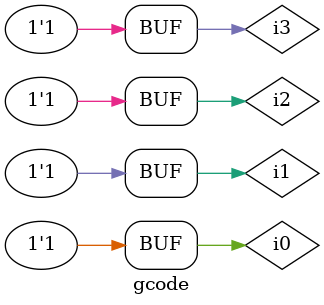
<source format=v>
`timescale 1ns / 1ps


module gcode( );

    reg i0, i1, i2, i3;
    wire o0, o1, o2, o3;
    
    greycode g (i0, i1, i2, i3, o0, o1, o2, o3);
       
    initial begin;
        
        i0 = 1'b0 ; 
        i1 = 1'b0; 
        i2 = 1'b0; 
        i3 = 1'b0;
        #30;
        
        i0 = 1'b1; 
        i1 = 1'b0; 
        i2 = 1'b0; 
        i3 = 1'b0;
        #30;
        
        i0 = 1'b0; 
        i1 = 1'b1; 
        i2 = 1'b0; 
        i3 = 1'b0;
        #30;
        
        i0 = 1'b1; 
        i1 = 1'b1; 
        i2 = 1'b0; 
        i3 = 1'b0;
        #30;
        
        i0 = 1'b0; 
        i1 = 1'b0; 
        i2 = 1'b1; 
        i3 = 1'b0;
        #30;
        
        i0 = 1'b1; 
        i1 = 1'b0; 
        i2 = 1'b1; 
        i3 = 1'b0;
        #30;
        
        i0 = 1'b0; 
        i1 = 1'b1; 
        i2 = 1'b1; 
        i3 = 1'b0;
        #30;
        
        i0 = 1'b1 ; 
        i1 = 1'b1; 
        i2 = 1'b1; 
        i3 = 1'b0;
        #30;
        
        i0 = 1'b0 ; 
        i1 = 1'b0; 
        i2 = 1'b0; 
        i3 = 1'b1;
        #30;
        
        i0 = 1'b1 ; 
        i1 = 1'b0; 
        i2 = 1'b0; 
        i3 = 1'b1;
        #30;
        
        i0 = 1'b0 ; 
        i1 = 1'b1; 
        i2 = 1'b0; 
        i3 = 1'b1;
        #30;
        
        i0 = 1'b1 ; 
        i1 = 1'b1; 
        i2 = 1'b0; 
        i3 = 1'b1;
        #30;
        
        i0 = 1'b0 ; 
        i1 = 1'b0; 
        i2 = 1'b1; 
        i3 = 1'b1;
        #30;
        
        i0 = 1'b1 ; 
        i1 = 1'b0; 
        i2 = 1'b1; 
        i3 = 1'b1;
        #30;
        
        i0 = 1'b0 ; 
        i1 = 1'b1; 
        i2 = 1'b1; 
        i3 = 1'b1;
        #30;
        
        i0 = 1'b1 ; 
        i1 = 1'b1; 
        i2 = 1'b1; 
        i3 = 1'b1;
        #30;
        
    end
    
endmodule

</source>
